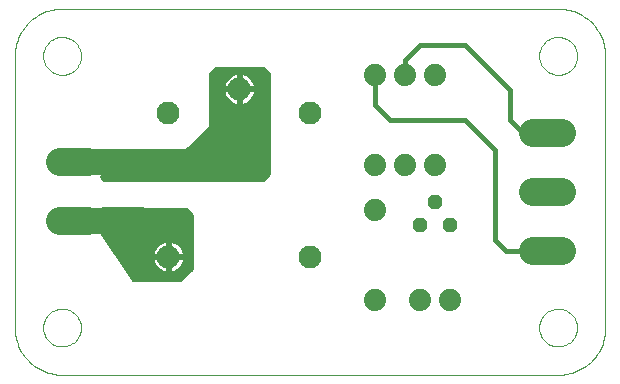
<source format=gbl>
G75*
G70*
%OFA0B0*%
%FSLAX24Y24*%
%IPPOS*%
%LPD*%
%AMOC8*
5,1,8,0,0,1.08239X$1,22.5*
%
%ADD10C,0.0740*%
%ADD11C,0.0937*%
%ADD12OC8,0.0480*%
%ADD13C,0.0768*%
%ADD14C,0.0000*%
%ADD15C,0.0160*%
%ADD16C,0.0100*%
%ADD17C,0.0860*%
D10*
X015135Y005916D03*
X016635Y005916D03*
X017635Y005916D03*
X015135Y008916D03*
X015135Y010416D03*
X016135Y010416D03*
X017135Y010416D03*
X017135Y013416D03*
X016135Y013416D03*
X015135Y013416D03*
D11*
X020422Y011475D02*
X021359Y011475D01*
X021359Y009506D02*
X020422Y009506D01*
X020422Y007538D02*
X021359Y007538D01*
X005591Y008534D02*
X004654Y008534D01*
X004654Y010502D02*
X005591Y010502D01*
D12*
X016635Y008416D03*
X017635Y008416D03*
X017135Y009166D03*
D13*
X012977Y007353D03*
X008253Y007353D03*
X008253Y012156D03*
X010615Y012943D03*
X012977Y012156D03*
D14*
X004709Y003416D02*
X021245Y003416D01*
X020615Y004990D02*
X020617Y005040D01*
X020623Y005090D01*
X020633Y005139D01*
X020647Y005187D01*
X020664Y005234D01*
X020685Y005279D01*
X020710Y005323D01*
X020738Y005364D01*
X020770Y005403D01*
X020804Y005440D01*
X020841Y005474D01*
X020881Y005504D01*
X020923Y005531D01*
X020967Y005555D01*
X021013Y005576D01*
X021060Y005592D01*
X021108Y005605D01*
X021158Y005614D01*
X021207Y005619D01*
X021258Y005620D01*
X021308Y005617D01*
X021357Y005610D01*
X021406Y005599D01*
X021454Y005584D01*
X021500Y005566D01*
X021545Y005544D01*
X021588Y005518D01*
X021629Y005489D01*
X021668Y005457D01*
X021704Y005422D01*
X021736Y005384D01*
X021766Y005344D01*
X021793Y005301D01*
X021816Y005257D01*
X021835Y005211D01*
X021851Y005163D01*
X021863Y005114D01*
X021871Y005065D01*
X021875Y005015D01*
X021875Y004965D01*
X021871Y004915D01*
X021863Y004866D01*
X021851Y004817D01*
X021835Y004769D01*
X021816Y004723D01*
X021793Y004679D01*
X021766Y004636D01*
X021736Y004596D01*
X021704Y004558D01*
X021668Y004523D01*
X021629Y004491D01*
X021588Y004462D01*
X021545Y004436D01*
X021500Y004414D01*
X021454Y004396D01*
X021406Y004381D01*
X021357Y004370D01*
X021308Y004363D01*
X021258Y004360D01*
X021207Y004361D01*
X021158Y004366D01*
X021108Y004375D01*
X021060Y004388D01*
X021013Y004404D01*
X020967Y004425D01*
X020923Y004449D01*
X020881Y004476D01*
X020841Y004506D01*
X020804Y004540D01*
X020770Y004577D01*
X020738Y004616D01*
X020710Y004657D01*
X020685Y004701D01*
X020664Y004746D01*
X020647Y004793D01*
X020633Y004841D01*
X020623Y004890D01*
X020617Y004940D01*
X020615Y004990D01*
X021245Y003415D02*
X021322Y003417D01*
X021399Y003423D01*
X021476Y003432D01*
X021552Y003445D01*
X021628Y003462D01*
X021702Y003483D01*
X021776Y003507D01*
X021848Y003535D01*
X021918Y003566D01*
X021987Y003601D01*
X022055Y003639D01*
X022120Y003680D01*
X022183Y003725D01*
X022244Y003773D01*
X022303Y003823D01*
X022359Y003876D01*
X022412Y003932D01*
X022462Y003991D01*
X022510Y004052D01*
X022555Y004115D01*
X022596Y004180D01*
X022634Y004248D01*
X022669Y004317D01*
X022700Y004387D01*
X022728Y004459D01*
X022752Y004533D01*
X022773Y004607D01*
X022790Y004683D01*
X022803Y004759D01*
X022812Y004836D01*
X022818Y004913D01*
X022820Y004990D01*
X022820Y014046D01*
X020615Y014046D02*
X020617Y014096D01*
X020623Y014146D01*
X020633Y014195D01*
X020647Y014243D01*
X020664Y014290D01*
X020685Y014335D01*
X020710Y014379D01*
X020738Y014420D01*
X020770Y014459D01*
X020804Y014496D01*
X020841Y014530D01*
X020881Y014560D01*
X020923Y014587D01*
X020967Y014611D01*
X021013Y014632D01*
X021060Y014648D01*
X021108Y014661D01*
X021158Y014670D01*
X021207Y014675D01*
X021258Y014676D01*
X021308Y014673D01*
X021357Y014666D01*
X021406Y014655D01*
X021454Y014640D01*
X021500Y014622D01*
X021545Y014600D01*
X021588Y014574D01*
X021629Y014545D01*
X021668Y014513D01*
X021704Y014478D01*
X021736Y014440D01*
X021766Y014400D01*
X021793Y014357D01*
X021816Y014313D01*
X021835Y014267D01*
X021851Y014219D01*
X021863Y014170D01*
X021871Y014121D01*
X021875Y014071D01*
X021875Y014021D01*
X021871Y013971D01*
X021863Y013922D01*
X021851Y013873D01*
X021835Y013825D01*
X021816Y013779D01*
X021793Y013735D01*
X021766Y013692D01*
X021736Y013652D01*
X021704Y013614D01*
X021668Y013579D01*
X021629Y013547D01*
X021588Y013518D01*
X021545Y013492D01*
X021500Y013470D01*
X021454Y013452D01*
X021406Y013437D01*
X021357Y013426D01*
X021308Y013419D01*
X021258Y013416D01*
X021207Y013417D01*
X021158Y013422D01*
X021108Y013431D01*
X021060Y013444D01*
X021013Y013460D01*
X020967Y013481D01*
X020923Y013505D01*
X020881Y013532D01*
X020841Y013562D01*
X020804Y013596D01*
X020770Y013633D01*
X020738Y013672D01*
X020710Y013713D01*
X020685Y013757D01*
X020664Y013802D01*
X020647Y013849D01*
X020633Y013897D01*
X020623Y013946D01*
X020617Y013996D01*
X020615Y014046D01*
X021245Y015621D02*
X021322Y015619D01*
X021399Y015613D01*
X021476Y015604D01*
X021552Y015591D01*
X021628Y015574D01*
X021702Y015553D01*
X021776Y015529D01*
X021848Y015501D01*
X021918Y015470D01*
X021987Y015435D01*
X022055Y015397D01*
X022120Y015356D01*
X022183Y015311D01*
X022244Y015263D01*
X022303Y015213D01*
X022359Y015160D01*
X022412Y015104D01*
X022462Y015045D01*
X022510Y014984D01*
X022555Y014921D01*
X022596Y014856D01*
X022634Y014788D01*
X022669Y014719D01*
X022700Y014649D01*
X022728Y014577D01*
X022752Y014503D01*
X022773Y014429D01*
X022790Y014353D01*
X022803Y014277D01*
X022812Y014200D01*
X022818Y014123D01*
X022820Y014046D01*
X021245Y015620D02*
X004709Y015620D01*
X004079Y014046D02*
X004081Y014096D01*
X004087Y014146D01*
X004097Y014195D01*
X004111Y014243D01*
X004128Y014290D01*
X004149Y014335D01*
X004174Y014379D01*
X004202Y014420D01*
X004234Y014459D01*
X004268Y014496D01*
X004305Y014530D01*
X004345Y014560D01*
X004387Y014587D01*
X004431Y014611D01*
X004477Y014632D01*
X004524Y014648D01*
X004572Y014661D01*
X004622Y014670D01*
X004671Y014675D01*
X004722Y014676D01*
X004772Y014673D01*
X004821Y014666D01*
X004870Y014655D01*
X004918Y014640D01*
X004964Y014622D01*
X005009Y014600D01*
X005052Y014574D01*
X005093Y014545D01*
X005132Y014513D01*
X005168Y014478D01*
X005200Y014440D01*
X005230Y014400D01*
X005257Y014357D01*
X005280Y014313D01*
X005299Y014267D01*
X005315Y014219D01*
X005327Y014170D01*
X005335Y014121D01*
X005339Y014071D01*
X005339Y014021D01*
X005335Y013971D01*
X005327Y013922D01*
X005315Y013873D01*
X005299Y013825D01*
X005280Y013779D01*
X005257Y013735D01*
X005230Y013692D01*
X005200Y013652D01*
X005168Y013614D01*
X005132Y013579D01*
X005093Y013547D01*
X005052Y013518D01*
X005009Y013492D01*
X004964Y013470D01*
X004918Y013452D01*
X004870Y013437D01*
X004821Y013426D01*
X004772Y013419D01*
X004722Y013416D01*
X004671Y013417D01*
X004622Y013422D01*
X004572Y013431D01*
X004524Y013444D01*
X004477Y013460D01*
X004431Y013481D01*
X004387Y013505D01*
X004345Y013532D01*
X004305Y013562D01*
X004268Y013596D01*
X004234Y013633D01*
X004202Y013672D01*
X004174Y013713D01*
X004149Y013757D01*
X004128Y013802D01*
X004111Y013849D01*
X004097Y013897D01*
X004087Y013946D01*
X004081Y013996D01*
X004079Y014046D01*
X003134Y014046D02*
X003136Y014123D01*
X003142Y014200D01*
X003151Y014277D01*
X003164Y014353D01*
X003181Y014429D01*
X003202Y014503D01*
X003226Y014577D01*
X003254Y014649D01*
X003285Y014719D01*
X003320Y014788D01*
X003358Y014856D01*
X003399Y014921D01*
X003444Y014984D01*
X003492Y015045D01*
X003542Y015104D01*
X003595Y015160D01*
X003651Y015213D01*
X003710Y015263D01*
X003771Y015311D01*
X003834Y015356D01*
X003899Y015397D01*
X003967Y015435D01*
X004036Y015470D01*
X004106Y015501D01*
X004178Y015529D01*
X004252Y015553D01*
X004326Y015574D01*
X004402Y015591D01*
X004478Y015604D01*
X004555Y015613D01*
X004632Y015619D01*
X004709Y015621D01*
X003135Y014046D02*
X003135Y004990D01*
X004079Y004990D02*
X004081Y005040D01*
X004087Y005090D01*
X004097Y005139D01*
X004111Y005187D01*
X004128Y005234D01*
X004149Y005279D01*
X004174Y005323D01*
X004202Y005364D01*
X004234Y005403D01*
X004268Y005440D01*
X004305Y005474D01*
X004345Y005504D01*
X004387Y005531D01*
X004431Y005555D01*
X004477Y005576D01*
X004524Y005592D01*
X004572Y005605D01*
X004622Y005614D01*
X004671Y005619D01*
X004722Y005620D01*
X004772Y005617D01*
X004821Y005610D01*
X004870Y005599D01*
X004918Y005584D01*
X004964Y005566D01*
X005009Y005544D01*
X005052Y005518D01*
X005093Y005489D01*
X005132Y005457D01*
X005168Y005422D01*
X005200Y005384D01*
X005230Y005344D01*
X005257Y005301D01*
X005280Y005257D01*
X005299Y005211D01*
X005315Y005163D01*
X005327Y005114D01*
X005335Y005065D01*
X005339Y005015D01*
X005339Y004965D01*
X005335Y004915D01*
X005327Y004866D01*
X005315Y004817D01*
X005299Y004769D01*
X005280Y004723D01*
X005257Y004679D01*
X005230Y004636D01*
X005200Y004596D01*
X005168Y004558D01*
X005132Y004523D01*
X005093Y004491D01*
X005052Y004462D01*
X005009Y004436D01*
X004964Y004414D01*
X004918Y004396D01*
X004870Y004381D01*
X004821Y004370D01*
X004772Y004363D01*
X004722Y004360D01*
X004671Y004361D01*
X004622Y004366D01*
X004572Y004375D01*
X004524Y004388D01*
X004477Y004404D01*
X004431Y004425D01*
X004387Y004449D01*
X004345Y004476D01*
X004305Y004506D01*
X004268Y004540D01*
X004234Y004577D01*
X004202Y004616D01*
X004174Y004657D01*
X004149Y004701D01*
X004128Y004746D01*
X004111Y004793D01*
X004097Y004841D01*
X004087Y004890D01*
X004081Y004940D01*
X004079Y004990D01*
X003134Y004990D02*
X003136Y004913D01*
X003142Y004836D01*
X003151Y004759D01*
X003164Y004683D01*
X003181Y004607D01*
X003202Y004533D01*
X003226Y004459D01*
X003254Y004387D01*
X003285Y004317D01*
X003320Y004248D01*
X003358Y004180D01*
X003399Y004115D01*
X003444Y004052D01*
X003492Y003991D01*
X003542Y003932D01*
X003595Y003876D01*
X003651Y003823D01*
X003710Y003773D01*
X003771Y003725D01*
X003834Y003680D01*
X003899Y003639D01*
X003967Y003601D01*
X004036Y003566D01*
X004106Y003535D01*
X004178Y003507D01*
X004252Y003483D01*
X004326Y003462D01*
X004402Y003445D01*
X004478Y003432D01*
X004555Y003423D01*
X004632Y003417D01*
X004709Y003415D01*
D15*
X008253Y007549D02*
X008253Y008534D01*
X010615Y010502D02*
X010615Y012943D01*
X015135Y013416D02*
X015135Y012416D01*
X015635Y011916D01*
X018135Y011916D01*
X019135Y010916D01*
X019135Y007916D01*
X019513Y007538D01*
X020891Y007538D01*
X020635Y011416D02*
X020135Y011416D01*
X019635Y011916D01*
X019635Y012916D01*
X018135Y014416D01*
X016635Y014416D01*
X016135Y013916D01*
X016135Y013416D01*
X020635Y011416D02*
X020891Y011475D01*
D16*
X011599Y011493D02*
X009440Y011493D01*
X009539Y011591D02*
X011599Y011591D01*
X011599Y011690D02*
X009631Y011690D01*
X009631Y011683D02*
X009631Y013455D01*
X009828Y013652D01*
X011402Y013652D01*
X011599Y013455D01*
X011599Y010109D01*
X011402Y009912D01*
X006087Y009912D01*
X006016Y010052D01*
X006063Y010099D01*
X006120Y010178D01*
X006165Y010265D01*
X006195Y010357D01*
X006210Y010452D01*
X005810Y010452D01*
X005791Y010490D01*
X005866Y010552D01*
X006210Y010552D01*
X006195Y010647D01*
X006165Y010740D01*
X006144Y010780D01*
X006284Y010896D01*
X006297Y010901D01*
X006311Y010901D01*
X006324Y010896D01*
X008843Y010896D01*
X009631Y011683D01*
X009631Y011788D02*
X011599Y011788D01*
X011599Y011887D02*
X009631Y011887D01*
X009631Y011985D02*
X011599Y011985D01*
X011599Y012084D02*
X009631Y012084D01*
X009631Y012182D02*
X011599Y012182D01*
X011599Y012281D02*
X009631Y012281D01*
X009631Y012379D02*
X011599Y012379D01*
X011599Y012478D02*
X010877Y012478D01*
X010895Y012487D02*
X010820Y012448D01*
X010740Y012422D01*
X010665Y012411D01*
X010665Y012893D01*
X010565Y012893D01*
X010565Y012411D01*
X010490Y012422D01*
X010410Y012448D01*
X010335Y012487D01*
X010267Y012536D01*
X010208Y012595D01*
X010158Y012663D01*
X010120Y012738D01*
X010094Y012818D01*
X010082Y012893D01*
X010565Y012893D01*
X010565Y012993D01*
X010082Y012993D01*
X010094Y013068D01*
X010120Y013148D01*
X010158Y013223D01*
X010208Y013291D01*
X010267Y013350D01*
X010335Y013400D01*
X010410Y013438D01*
X010490Y013464D01*
X010565Y013476D01*
X010565Y012993D01*
X010665Y012993D01*
X011148Y012993D01*
X011136Y013068D01*
X011110Y013148D01*
X011072Y013223D01*
X011022Y013291D01*
X010963Y013350D01*
X010895Y013400D01*
X010820Y013438D01*
X010740Y013464D01*
X010665Y013476D01*
X010665Y012993D01*
X010665Y012893D01*
X011148Y012893D01*
X011136Y012818D01*
X011110Y012738D01*
X011072Y012663D01*
X011022Y012595D01*
X010963Y012536D01*
X010895Y012487D01*
X011003Y012576D02*
X011599Y012576D01*
X011599Y012675D02*
X011077Y012675D01*
X011121Y012773D02*
X011599Y012773D01*
X011599Y012872D02*
X011144Y012872D01*
X011136Y013069D02*
X011599Y013069D01*
X011599Y013167D02*
X011100Y013167D01*
X011041Y013266D02*
X011599Y013266D01*
X011599Y013364D02*
X010944Y013364D01*
X010744Y013463D02*
X011592Y013463D01*
X011493Y013561D02*
X009737Y013561D01*
X009638Y013463D02*
X010486Y013463D01*
X010565Y013463D02*
X010665Y013463D01*
X010665Y013364D02*
X010565Y013364D01*
X010565Y013266D02*
X010665Y013266D01*
X010665Y013167D02*
X010565Y013167D01*
X010565Y013069D02*
X010665Y013069D01*
X010665Y012970D02*
X011599Y012970D01*
X010665Y012872D02*
X010565Y012872D01*
X010565Y012970D02*
X009631Y012970D01*
X009631Y012872D02*
X010086Y012872D01*
X010109Y012773D02*
X009631Y012773D01*
X009631Y012675D02*
X010153Y012675D01*
X010227Y012576D02*
X009631Y012576D01*
X009631Y012478D02*
X010353Y012478D01*
X010565Y012478D02*
X010665Y012478D01*
X010665Y012576D02*
X010565Y012576D01*
X010565Y012675D02*
X010665Y012675D01*
X010665Y012773D02*
X010565Y012773D01*
X010094Y013069D02*
X009631Y013069D01*
X009631Y013167D02*
X010130Y013167D01*
X010189Y013266D02*
X009631Y013266D01*
X009631Y013364D02*
X010286Y013364D01*
X009342Y011394D02*
X011599Y011394D01*
X011599Y011296D02*
X009243Y011296D01*
X009145Y011197D02*
X011599Y011197D01*
X011599Y011099D02*
X009046Y011099D01*
X008948Y011000D02*
X011599Y011000D01*
X011599Y010902D02*
X008849Y010902D01*
X006201Y010606D02*
X011599Y010606D01*
X011599Y010508D02*
X005812Y010508D01*
X006203Y010409D02*
X011599Y010409D01*
X011599Y010311D02*
X006179Y010311D01*
X006138Y010212D02*
X011599Y010212D01*
X011599Y010114D02*
X006074Y010114D01*
X006034Y010015D02*
X011506Y010015D01*
X011407Y009917D02*
X006085Y009917D01*
X006176Y010705D02*
X011599Y010705D01*
X011599Y010803D02*
X006171Y010803D01*
X006039Y008961D02*
X008843Y008927D01*
X009040Y008731D01*
X009040Y006959D01*
X008646Y006565D01*
X007072Y006565D01*
X006048Y008116D01*
X006063Y008131D01*
X006120Y008210D01*
X006165Y008296D01*
X006195Y008389D01*
X006210Y008484D01*
X005805Y008484D01*
X005739Y008584D01*
X006210Y008584D01*
X006195Y008679D01*
X006165Y008771D01*
X006120Y008858D01*
X006063Y008937D01*
X006039Y008961D01*
X006067Y008932D02*
X008489Y008932D01*
X008938Y008833D02*
X006133Y008833D01*
X006176Y008735D02*
X009036Y008735D01*
X009040Y008636D02*
X006201Y008636D01*
X006203Y008439D02*
X009040Y008439D01*
X009040Y008341D02*
X006179Y008341D01*
X006137Y008242D02*
X009040Y008242D01*
X009040Y008144D02*
X006072Y008144D01*
X006095Y008045D02*
X009040Y008045D01*
X009040Y007947D02*
X006160Y007947D01*
X006225Y007848D02*
X008050Y007848D01*
X008048Y007847D02*
X007973Y007809D01*
X007905Y007760D01*
X007846Y007700D01*
X007796Y007632D01*
X007758Y007558D01*
X007732Y007478D01*
X007720Y007403D01*
X008203Y007403D01*
X008203Y007885D01*
X008128Y007873D01*
X008048Y007847D01*
X008203Y007848D02*
X008303Y007848D01*
X008303Y007885D02*
X008303Y007403D01*
X008203Y007403D01*
X008203Y007303D01*
X007720Y007303D01*
X007732Y007228D01*
X007758Y007148D01*
X007796Y007073D01*
X007846Y007005D01*
X007905Y006945D01*
X007973Y006896D01*
X008048Y006858D01*
X008128Y006832D01*
X008203Y006820D01*
X008203Y007303D01*
X008303Y007303D01*
X008303Y007403D01*
X008785Y007403D01*
X008773Y007478D01*
X008748Y007558D01*
X008709Y007632D01*
X008660Y007700D01*
X008601Y007760D01*
X008533Y007809D01*
X008458Y007847D01*
X008378Y007873D01*
X008303Y007885D01*
X008303Y007750D02*
X008203Y007750D01*
X008203Y007651D02*
X008303Y007651D01*
X008303Y007553D02*
X008203Y007553D01*
X008203Y007454D02*
X008303Y007454D01*
X008303Y007356D02*
X009040Y007356D01*
X009040Y007454D02*
X008777Y007454D01*
X008749Y007553D02*
X009040Y007553D01*
X009040Y007651D02*
X008696Y007651D01*
X008611Y007750D02*
X009040Y007750D01*
X009040Y007848D02*
X008455Y007848D01*
X007895Y007750D02*
X006290Y007750D01*
X006355Y007651D02*
X007810Y007651D01*
X007756Y007553D02*
X006420Y007553D01*
X006485Y007454D02*
X007728Y007454D01*
X007727Y007257D02*
X006615Y007257D01*
X006680Y007159D02*
X007754Y007159D01*
X007805Y007060D02*
X006745Y007060D01*
X006810Y006962D02*
X007889Y006962D01*
X008038Y006863D02*
X006875Y006863D01*
X006940Y006765D02*
X008846Y006765D01*
X008944Y006863D02*
X008468Y006863D01*
X008458Y006858D02*
X008533Y006896D01*
X008601Y006945D01*
X008660Y007005D01*
X008709Y007073D01*
X008748Y007148D01*
X008773Y007228D01*
X008785Y007303D01*
X008303Y007303D01*
X008303Y006820D01*
X008378Y006832D01*
X008458Y006858D01*
X008303Y006863D02*
X008203Y006863D01*
X008203Y006962D02*
X008303Y006962D01*
X008303Y007060D02*
X008203Y007060D01*
X008203Y007159D02*
X008303Y007159D01*
X008303Y007257D02*
X008203Y007257D01*
X008203Y007356D02*
X006550Y007356D01*
X007005Y006666D02*
X008747Y006666D01*
X008649Y006568D02*
X007070Y006568D01*
X008617Y006962D02*
X009040Y006962D01*
X009040Y007060D02*
X008700Y007060D01*
X008751Y007159D02*
X009040Y007159D01*
X009040Y007257D02*
X008778Y007257D01*
X009040Y008538D02*
X005770Y008538D01*
D17*
X005123Y008534D02*
X008253Y008534D01*
X010615Y010502D02*
X005123Y010502D01*
M02*

</source>
